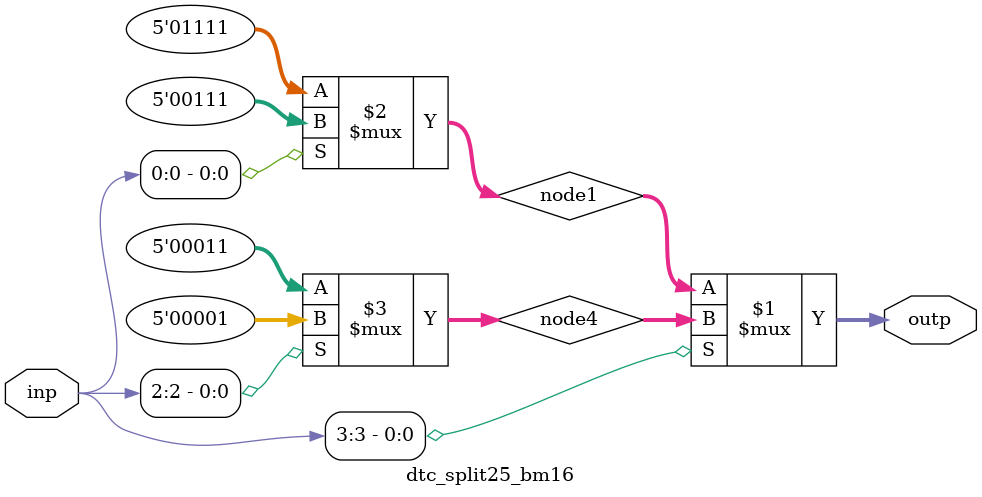
<source format=v>
module dtc_split25_bm16 (
	input  wire [5-1:0] inp,
	output wire [5-1:0] outp
);

	wire [5-1:0] node1;
	wire [5-1:0] node4;

	assign outp = (inp[3]) ? node4 : node1;
		assign node1 = (inp[0]) ? 5'b00111 : 5'b01111;
		assign node4 = (inp[2]) ? 5'b00001 : 5'b00011;

endmodule
</source>
